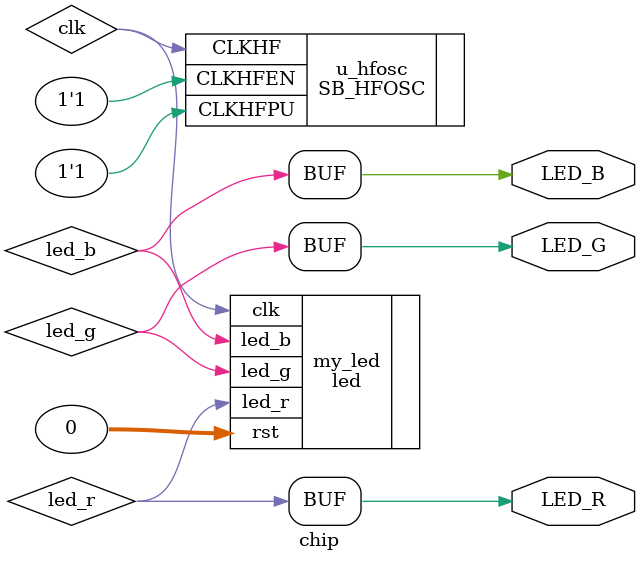
<source format=v>

module chip (
	output	LED_R,
	output	LED_G,
	output	LED_B
	);

	wire clk, led_r, led_g, led_b;

	SB_HFOSC u_hfosc (
        	.CLKHFPU(1'b1),
        	.CLKHFEN(1'b1),
        	.CLKHF(clk)
 	);

	led my_led (
		.clk(clk),
		.rst(0),
    		.led_r(led_r),
    		.led_g(led_g),
    		.led_b(led_b)
	);

	assign LED_R = led_r;
	assign LED_G = led_g;
	assign LED_B = led_b;

endmodule

</source>
